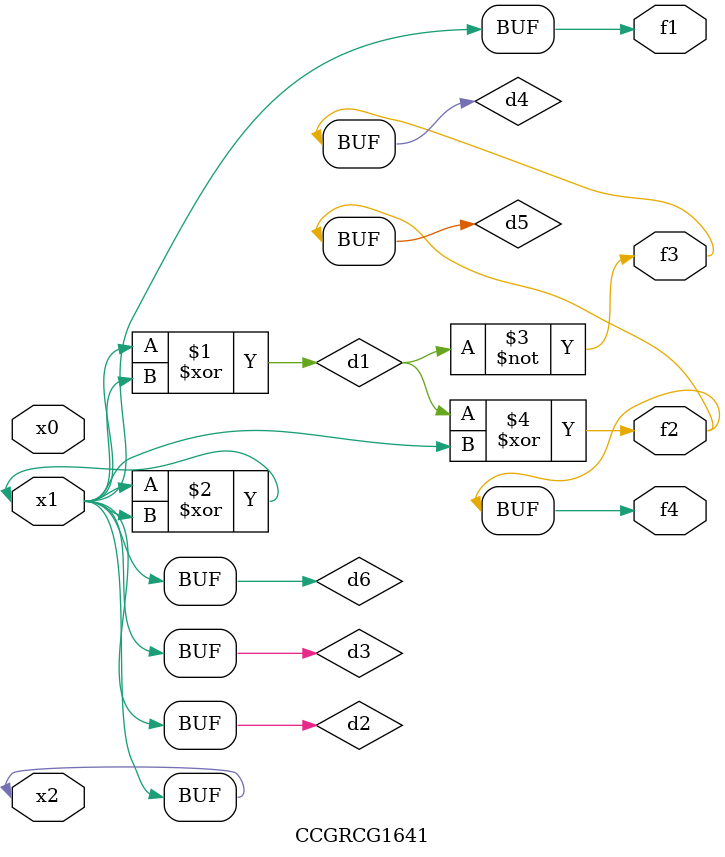
<source format=v>
module CCGRCG1641(
	input x0, x1, x2,
	output f1, f2, f3, f4
);

	wire d1, d2, d3, d4, d5, d6;

	xor (d1, x1, x2);
	buf (d2, x1, x2);
	xor (d3, x1, x2);
	nor (d4, d1);
	xor (d5, d1, d2);
	buf (d6, d2, d3);
	assign f1 = d6;
	assign f2 = d5;
	assign f3 = d4;
	assign f4 = d5;
endmodule

</source>
